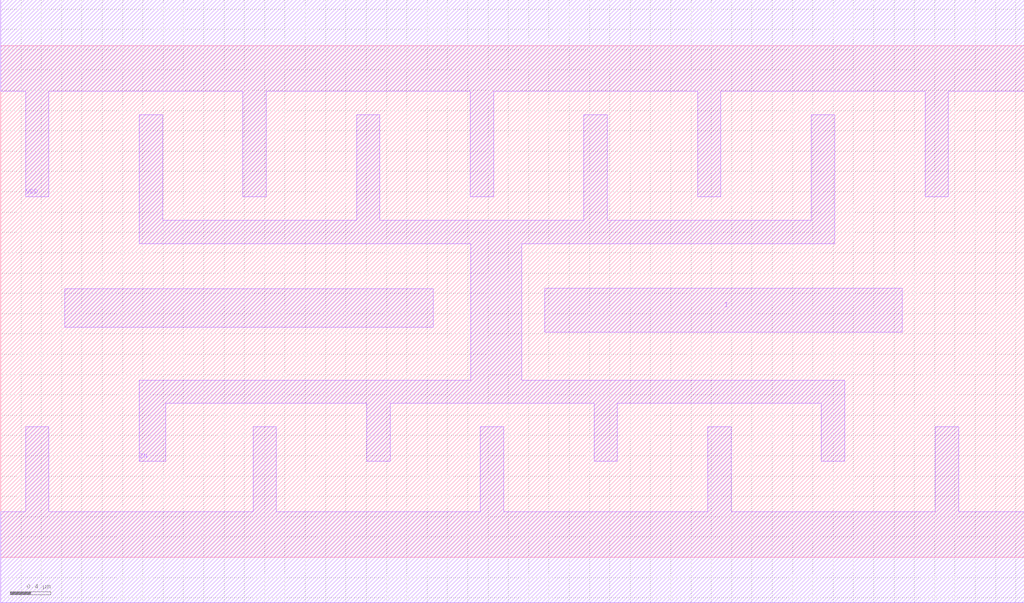
<source format=lef>
# Copyright 2022 GlobalFoundries PDK Authors
#
# Licensed under the Apache License, Version 2.0 (the "License");
# you may not use this file except in compliance with the License.
# You may obtain a copy of the License at
#
#      http://www.apache.org/licenses/LICENSE-2.0
#
# Unless required by applicable law or agreed to in writing, software
# distributed under the License is distributed on an "AS IS" BASIS,
# WITHOUT WARRANTIES OR CONDITIONS OF ANY KIND, either express or implied.
# See the License for the specific language governing permissions and
# limitations under the License.

MACRO gf180mcu_fd_sc_mcu9t5v0__clkinv_8
  CLASS core ;
  FOREIGN gf180mcu_fd_sc_mcu9t5v0__clkinv_8 0.0 0.0 ;
  ORIGIN 0 0 ;
  SYMMETRY X Y ;
  SITE GF018hv5v_green_sc9 ;
  SIZE 10.08 BY 5.04 ;
  PIN I
    DIRECTION INPUT ;
    ANTENNAGATEAREA 10.824 ;
    PORT
      LAYER Metal1 ;
        POLYGON 0.63 2.265 4.26 2.265 4.26 2.645 0.63 2.645  ;
        POLYGON 5.36 2.215 8.88 2.215 8.88 2.65 5.36 2.65  ;
    END
  END I
  PIN ZN
    DIRECTION OUTPUT ;
    ANTENNADIFFAREA 6.0568 ;
    PORT
      LAYER Metal1 ;
        POLYGON 1.365 3.09 4.63 3.09 4.63 1.745 1.365 1.745 1.365 0.945 1.625 0.945 1.625 1.515 3.605 1.515 3.605 0.945 3.835 0.945 3.835 1.515 5.845 1.515 5.845 0.945 6.075 0.945 6.075 1.515 8.085 1.515 8.085 0.945 8.315 0.945 8.315 1.745 5.13 1.745 5.13 3.09 8.215 3.09 8.215 4.36 7.985 4.36 7.985 3.32 5.975 3.32 5.975 4.36 5.745 4.36 5.745 3.32 3.735 3.32 3.735 4.36 3.505 4.36 3.505 3.32 1.595 3.32 1.595 4.36 1.365 4.36  ;
    END
  END ZN
  PIN VDD
    DIRECTION INOUT ;
    USE power ;
    SHAPE ABUTMENT ;
    PORT
      LAYER Metal1 ;
        POLYGON 0 4.59 0.245 4.59 0.245 3.55 0.475 3.55 0.475 4.59 2.385 4.59 2.385 3.55 2.615 3.55 2.615 4.59 4.625 4.59 4.625 3.55 4.855 3.55 4.855 4.59 6.865 4.59 6.865 3.55 7.095 3.55 7.095 4.59 9.105 4.59 9.105 3.55 9.335 3.55 9.335 4.59 10.08 4.59 10.08 5.49 0 5.49  ;
    END
  END VDD
  PIN VSS
    DIRECTION INOUT ;
    USE ground ;
    SHAPE ABUTMENT ;
    PORT
      LAYER Metal1 ;
        POLYGON 0 -0.45 10.08 -0.45 10.08 0.45 9.435 0.45 9.435 1.285 9.205 1.285 9.205 0.45 7.195 0.45 7.195 1.285 6.965 1.285 6.965 0.45 4.955 0.45 4.955 1.285 4.725 1.285 4.725 0.45 2.715 0.45 2.715 1.285 2.485 1.285 2.485 0.45 0.475 0.45 0.475 1.285 0.245 1.285 0.245 0.45 0 0.45  ;
    END
  END VSS
END gf180mcu_fd_sc_mcu9t5v0__clkinv_8

</source>
